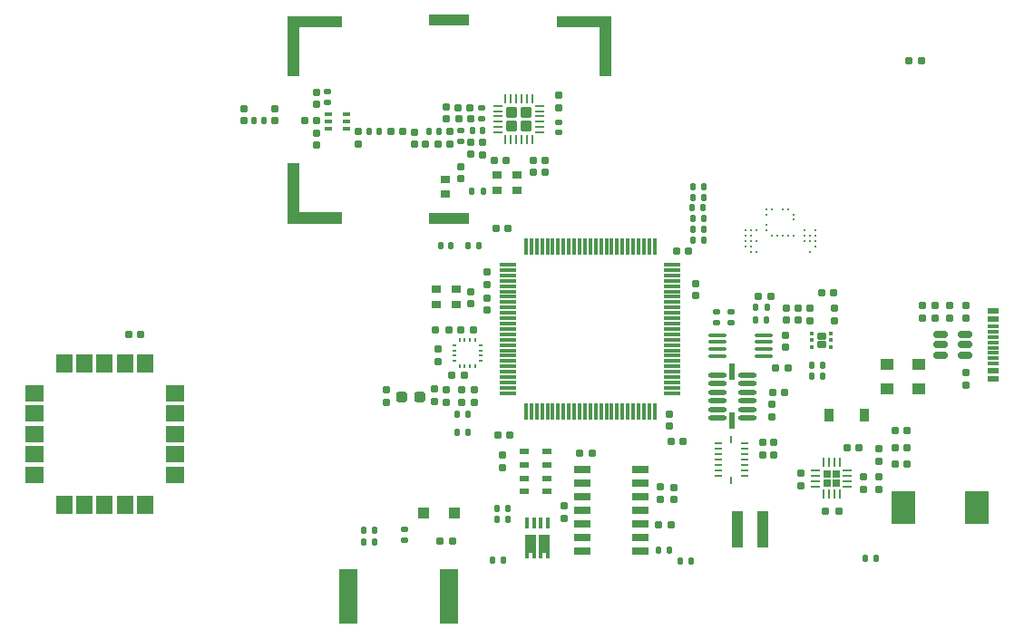
<source format=gbr>
%TF.GenerationSoftware,KiCad,Pcbnew,9.0.1*%
%TF.CreationDate,2025-04-20T12:35:35+07:00*%
%TF.ProjectId,IREC-FlighComputer,49524543-2d46-46c6-9967-68436f6d7075,rev?*%
%TF.SameCoordinates,Original*%
%TF.FileFunction,Paste,Top*%
%TF.FilePolarity,Positive*%
%FSLAX46Y46*%
G04 Gerber Fmt 4.6, Leading zero omitted, Abs format (unit mm)*
G04 Created by KiCad (PCBNEW 9.0.1) date 2025-04-20 12:35:35*
%MOMM*%
%LPD*%
G01*
G04 APERTURE LIST*
G04 Aperture macros list*
%AMRoundRect*
0 Rectangle with rounded corners*
0 $1 Rounding radius*
0 $2 $3 $4 $5 $6 $7 $8 $9 X,Y pos of 4 corners*
0 Add a 4 corners polygon primitive as box body*
4,1,4,$2,$3,$4,$5,$6,$7,$8,$9,$2,$3,0*
0 Add four circle primitives for the rounded corners*
1,1,$1+$1,$2,$3*
1,1,$1+$1,$4,$5*
1,1,$1+$1,$6,$7*
1,1,$1+$1,$8,$9*
0 Add four rect primitives between the rounded corners*
20,1,$1+$1,$2,$3,$4,$5,0*
20,1,$1+$1,$4,$5,$6,$7,0*
20,1,$1+$1,$6,$7,$8,$9,0*
20,1,$1+$1,$8,$9,$2,$3,0*%
G04 Aperture macros list end*
%ADD10C,0.010000*%
%ADD11RoundRect,0.135000X0.135000X0.185000X-0.135000X0.185000X-0.135000X-0.185000X0.135000X-0.185000X0*%
%ADD12RoundRect,0.147500X-0.147500X-0.172500X0.147500X-0.172500X0.147500X0.172500X-0.147500X0.172500X0*%
%ADD13R,2.300000X3.150000*%
%ADD14R,1.780000X5.080000*%
%ADD15R,1.525000X0.650000*%
%ADD16RoundRect,0.135000X-0.135000X-0.185000X0.135000X-0.185000X0.135000X0.185000X-0.135000X0.185000X0*%
%ADD17O,1.770000X0.450000*%
%ADD18R,0.600000X1.550000*%
%ADD19RoundRect,0.250000X-0.300000X-0.300000X0.300000X-0.300000X0.300000X0.300000X-0.300000X0.300000X0*%
%ADD20RoundRect,0.155000X-0.155000X0.212500X-0.155000X-0.212500X0.155000X-0.212500X0.155000X0.212500X0*%
%ADD21RoundRect,0.147500X0.172500X-0.147500X0.172500X0.147500X-0.172500X0.147500X-0.172500X-0.147500X0*%
%ADD22RoundRect,0.155000X0.155000X-0.212500X0.155000X0.212500X-0.155000X0.212500X-0.155000X-0.212500X0*%
%ADD23RoundRect,0.147500X0.147500X0.172500X-0.147500X0.172500X-0.147500X-0.172500X0.147500X-0.172500X0*%
%ADD24RoundRect,0.155000X0.212500X0.155000X-0.212500X0.155000X-0.212500X-0.155000X0.212500X-0.155000X0*%
%ADD25R,0.860000X0.800000*%
%ADD26RoundRect,0.160000X0.160000X-0.197500X0.160000X0.197500X-0.160000X0.197500X-0.160000X-0.197500X0*%
%ADD27RoundRect,0.075000X-0.725000X-0.075000X0.725000X-0.075000X0.725000X0.075000X-0.725000X0.075000X0*%
%ADD28RoundRect,0.075000X-0.075000X-0.725000X0.075000X-0.725000X0.075000X0.725000X-0.075000X0.725000X0*%
%ADD29R,0.250000X0.450000*%
%ADD30R,0.450000X0.250000*%
%ADD31RoundRect,0.160000X-0.197500X-0.160000X0.197500X-0.160000X0.197500X0.160000X-0.197500X0.160000X0*%
%ADD32R,1.240000X1.120000*%
%ADD33RoundRect,0.250000X0.275000X-0.275000X0.275000X0.275000X-0.275000X0.275000X-0.275000X-0.275000X0*%
%ADD34RoundRect,0.062500X0.062500X-0.350000X0.062500X0.350000X-0.062500X0.350000X-0.062500X-0.350000X0*%
%ADD35RoundRect,0.062500X0.350000X-0.062500X0.350000X0.062500X-0.350000X0.062500X-0.350000X-0.062500X0*%
%ADD36RoundRect,0.172500X-0.262500X-0.172500X0.262500X-0.172500X0.262500X0.172500X-0.262500X0.172500X0*%
%ADD37RoundRect,0.093750X-0.093750X-0.106250X0.093750X-0.106250X0.093750X0.106250X-0.093750X0.106250X0*%
%ADD38RoundRect,0.237500X-0.287500X-0.237500X0.287500X-0.237500X0.287500X0.237500X-0.287500X0.237500X0*%
%ADD39R,1.803400X1.498600*%
%ADD40R,1.498600X1.803400*%
%ADD41RoundRect,0.155000X-0.212500X-0.155000X0.212500X-0.155000X0.212500X0.155000X-0.212500X0.155000X0*%
%ADD42R,0.950000X0.550000*%
%ADD43R,0.900000X0.800000*%
%ADD44R,0.780000X0.350000*%
%ADD45R,0.980000X3.400000*%
%ADD46R,1.100000X0.600000*%
%ADD47R,1.100000X0.300000*%
%ADD48RoundRect,0.160000X-0.160000X0.197500X-0.160000X-0.197500X0.160000X-0.197500X0.160000X0.197500X0*%
%ADD49O,1.660000X0.360000*%
%ADD50RoundRect,0.135000X-0.185000X0.135000X-0.185000X-0.135000X0.185000X-0.135000X0.185000X0.135000X0*%
%ADD51R,0.800000X0.250000*%
%ADD52R,0.250000X0.800000*%
%ADD53R,0.910000X1.220000*%
%ADD54RoundRect,0.147500X-0.172500X0.147500X-0.172500X-0.147500X0.172500X-0.147500X0.172500X0.147500X0*%
%ADD55R,3.800000X1.000000*%
%ADD56RoundRect,0.150000X0.512500X0.150000X-0.512500X0.150000X-0.512500X-0.150000X0.512500X-0.150000X0*%
%ADD57C,0.240000*%
%ADD58RoundRect,0.182500X0.182500X-0.182500X0.182500X0.182500X-0.182500X0.182500X-0.182500X-0.182500X0*%
%ADD59R,0.410000X0.990000*%
%ADD60R,0.410000X0.760000*%
%ADD61R,0.990000X1.725000*%
G04 APERTURE END LIST*
D10*
%TO.C,J5*%
X135030000Y-60460000D02*
X131050000Y-60460000D01*
X131050000Y-65010000D01*
X130050000Y-65010000D01*
X130050000Y-59460000D01*
X135030000Y-59460000D01*
X135030000Y-60460000D01*
G36*
X135030000Y-60460000D02*
G01*
X131050000Y-60460000D01*
X131050000Y-65010000D01*
X130050000Y-65010000D01*
X130050000Y-59460000D01*
X135030000Y-59460000D01*
X135030000Y-60460000D01*
G37*
X131050000Y-77760000D02*
X135030000Y-77760000D01*
X135030000Y-78760000D01*
X130050000Y-78760000D01*
X130050000Y-73210000D01*
X131050000Y-73210000D01*
X131050000Y-77760000D01*
G36*
X131050000Y-77760000D02*
G01*
X135030000Y-77760000D01*
X135030000Y-78760000D01*
X130050000Y-78760000D01*
X130050000Y-73210000D01*
X131050000Y-73210000D01*
X131050000Y-77760000D01*
G37*
X160210000Y-65010000D02*
X159210000Y-65010000D01*
X159210000Y-60460000D01*
X155230000Y-60460000D01*
X155230000Y-59460000D01*
X160210000Y-59460000D01*
X160210000Y-65010000D01*
G36*
X160210000Y-65010000D02*
G01*
X159210000Y-65010000D01*
X159210000Y-60460000D01*
X155230000Y-60460000D01*
X155230000Y-59460000D01*
X160210000Y-59460000D01*
X160210000Y-65010000D01*
G37*
%TD*%
D11*
%TO.C,R33*%
X147950000Y-80900000D03*
X146930000Y-80900000D03*
%TD*%
D12*
%TO.C,D10*%
X144330000Y-80900000D03*
X145300000Y-80900000D03*
%TD*%
D13*
%TO.C,D1*%
X187550000Y-105400000D03*
X194450000Y-105400000D03*
%TD*%
D14*
%TO.C,BT1*%
X135700000Y-113700000D03*
X145100000Y-113700000D03*
%TD*%
D15*
%TO.C,IC1*%
X157588000Y-101790000D03*
X157588000Y-103060000D03*
X157588000Y-104330000D03*
X157588000Y-105600000D03*
X157588000Y-106870000D03*
X157588000Y-108140000D03*
X157588000Y-109410000D03*
X163012000Y-109410000D03*
X163012000Y-108140000D03*
X163012000Y-106870000D03*
X163012000Y-105600000D03*
X163012000Y-104330000D03*
X163012000Y-103060000D03*
X163012000Y-101790000D03*
%TD*%
D16*
%TO.C,R19*%
X167890000Y-75400000D03*
X168910000Y-75400000D03*
%TD*%
D17*
%TO.C,U6*%
X173000000Y-97000000D03*
X173000000Y-96200000D03*
X173000000Y-95400000D03*
X173000000Y-94600000D03*
X173000000Y-93800000D03*
X173000000Y-93000000D03*
D18*
X171590000Y-92700000D03*
D17*
X170180000Y-93000000D03*
X170180000Y-93800000D03*
X170180000Y-94600000D03*
X170180000Y-95400000D03*
X170180000Y-96200000D03*
X170180000Y-97000000D03*
D18*
X171590000Y-97300000D03*
%TD*%
D19*
%TO.C,D6*%
X142800000Y-105900000D03*
X145600000Y-105900000D03*
%TD*%
D11*
%TO.C,R14*%
X146910000Y-96700000D03*
X145890000Y-96700000D03*
%TD*%
D20*
%TO.C,C26*%
X178800000Y-86800000D03*
X178800000Y-87935000D03*
%TD*%
D11*
%TO.C,R30*%
X174810000Y-86700000D03*
X173790000Y-86700000D03*
%TD*%
D21*
%TO.C,L3*%
X155400000Y-70347500D03*
X155400000Y-69377500D03*
%TD*%
D22*
%TO.C,C40*%
X132800000Y-71530000D03*
X132800000Y-70395000D03*
%TD*%
D11*
%TO.C,R29*%
X174800000Y-87900000D03*
X173780000Y-87900000D03*
%TD*%
D23*
%TO.C,L8*%
X138650000Y-70270000D03*
X137680000Y-70270000D03*
%TD*%
D16*
%TO.C,R25*%
X164680000Y-109400000D03*
X165700000Y-109400000D03*
%TD*%
D24*
%TO.C,C55*%
X147167500Y-69062500D03*
X146032500Y-69062500D03*
%TD*%
D22*
%TO.C,C30*%
X175450000Y-100447500D03*
X175450000Y-99312500D03*
%TD*%
%TO.C,C9*%
X148700000Y-86935000D03*
X148700000Y-85800000D03*
%TD*%
D25*
%TO.C,FB2*%
X144800000Y-74700000D03*
X144800000Y-76100000D03*
%TD*%
D26*
%TO.C,R6*%
X193400000Y-87677500D03*
X193400000Y-86482500D03*
%TD*%
%TO.C,R8*%
X191900000Y-87675000D03*
X191900000Y-86480000D03*
%TD*%
D23*
%TO.C,L2*%
X127900000Y-69262500D03*
X126930000Y-69262500D03*
%TD*%
D22*
%TO.C,C19*%
X139290000Y-95537500D03*
X139290000Y-94402500D03*
%TD*%
D20*
%TO.C,C46*%
X128900000Y-68095000D03*
X128900000Y-69230000D03*
%TD*%
D27*
%TO.C,U5*%
X150650000Y-82700000D03*
X150650000Y-83200000D03*
X150650000Y-83700000D03*
X150650000Y-84200000D03*
X150650000Y-84700000D03*
X150650000Y-85200000D03*
X150650000Y-85700000D03*
X150650000Y-86200000D03*
X150650000Y-86700000D03*
X150650000Y-87200000D03*
X150650000Y-87700000D03*
X150650000Y-88200000D03*
X150650000Y-88700000D03*
X150650000Y-89200000D03*
X150650000Y-89700000D03*
X150650000Y-90200000D03*
X150650000Y-90700000D03*
X150650000Y-91200000D03*
X150650000Y-91700000D03*
X150650000Y-92200000D03*
X150650000Y-92700000D03*
X150650000Y-93200000D03*
X150650000Y-93700000D03*
X150650000Y-94200000D03*
X150650000Y-94700000D03*
D28*
X152325000Y-96375000D03*
X152825000Y-96375000D03*
X153325000Y-96375000D03*
X153825000Y-96375000D03*
X154325000Y-96375000D03*
X154825000Y-96375000D03*
X155325000Y-96375000D03*
X155825000Y-96375000D03*
X156325000Y-96375000D03*
X156825000Y-96375000D03*
X157325000Y-96375000D03*
X157825000Y-96375000D03*
X158325000Y-96375000D03*
X158825000Y-96375000D03*
X159325000Y-96375000D03*
X159825000Y-96375000D03*
X160325000Y-96375000D03*
X160825000Y-96375000D03*
X161325000Y-96375000D03*
X161825000Y-96375000D03*
X162325000Y-96375000D03*
X162825000Y-96375000D03*
X163325000Y-96375000D03*
X163825000Y-96375000D03*
X164325000Y-96375000D03*
D27*
X166000000Y-94700000D03*
X166000000Y-94200000D03*
X166000000Y-93700000D03*
X166000000Y-93200000D03*
X166000000Y-92700000D03*
X166000000Y-92200000D03*
X166000000Y-91700000D03*
X166000000Y-91200000D03*
X166000000Y-90700000D03*
X166000000Y-90200000D03*
X166000000Y-89700000D03*
X166000000Y-89200000D03*
X166000000Y-88700000D03*
X166000000Y-88200000D03*
X166000000Y-87700000D03*
X166000000Y-87200000D03*
X166000000Y-86700000D03*
X166000000Y-86200000D03*
X166000000Y-85700000D03*
X166000000Y-85200000D03*
X166000000Y-84700000D03*
X166000000Y-84200000D03*
X166000000Y-83700000D03*
X166000000Y-83200000D03*
X166000000Y-82700000D03*
D28*
X164325000Y-81025000D03*
X163825000Y-81025000D03*
X163325000Y-81025000D03*
X162825000Y-81025000D03*
X162325000Y-81025000D03*
X161825000Y-81025000D03*
X161325000Y-81025000D03*
X160825000Y-81025000D03*
X160325000Y-81025000D03*
X159825000Y-81025000D03*
X159325000Y-81025000D03*
X158825000Y-81025000D03*
X158325000Y-81025000D03*
X157825000Y-81025000D03*
X157325000Y-81025000D03*
X156825000Y-81025000D03*
X156325000Y-81025000D03*
X155825000Y-81025000D03*
X155325000Y-81025000D03*
X154825000Y-81025000D03*
X154325000Y-81025000D03*
X153825000Y-81025000D03*
X153325000Y-81025000D03*
X152825000Y-81025000D03*
X152325000Y-81025000D03*
%TD*%
D29*
%TO.C,U9*%
X147610000Y-89690000D03*
X147110000Y-89690000D03*
X146610000Y-89690000D03*
X146110000Y-89690000D03*
D30*
X145600000Y-90200000D03*
X145600000Y-90700000D03*
X145600000Y-91200000D03*
X145600000Y-91700000D03*
D29*
X146110000Y-92210000D03*
X146610000Y-92210000D03*
X147110000Y-92210000D03*
X147610000Y-92210000D03*
D30*
X148120000Y-91700000D03*
X148120000Y-91200000D03*
X148120000Y-90700000D03*
X148120000Y-90200000D03*
%TD*%
D22*
%TO.C,C1*%
X176600000Y-87900000D03*
X176600000Y-86765000D03*
%TD*%
D20*
%TO.C,C56*%
X141900000Y-70295000D03*
X141900000Y-71430000D03*
%TD*%
D31*
%TO.C,R23*%
X188055000Y-63660000D03*
X189250000Y-63660000D03*
%TD*%
D22*
%TO.C,C2*%
X146300000Y-95535000D03*
X146300000Y-94400000D03*
%TD*%
D32*
%TO.C,D3*%
X186000000Y-94300000D03*
X189000000Y-94300000D03*
%TD*%
D33*
%TO.C,U13*%
X151000000Y-69750000D03*
X152300000Y-69750000D03*
X151000000Y-68450000D03*
X152300000Y-68450000D03*
D34*
X150400000Y-71037500D03*
X150900000Y-71037500D03*
X151400000Y-71037500D03*
X151900000Y-71037500D03*
X152400000Y-71037500D03*
X152900000Y-71037500D03*
D35*
X153587500Y-70350000D03*
X153587500Y-69850000D03*
X153587500Y-69350000D03*
X153587500Y-68850000D03*
X153587500Y-68350000D03*
X153587500Y-67850000D03*
D34*
X152900000Y-67162500D03*
X152400000Y-67162500D03*
X151900000Y-67162500D03*
X151400000Y-67162500D03*
X150900000Y-67162500D03*
X150400000Y-67162500D03*
D35*
X149712500Y-67850000D03*
X149712500Y-68350000D03*
X149712500Y-68850000D03*
X149712500Y-69350000D03*
X149712500Y-69850000D03*
X149712500Y-70350000D03*
%TD*%
D36*
%TO.C,U3*%
X179912500Y-89350000D03*
X179912500Y-90150000D03*
D37*
X179025000Y-89100000D03*
X179025000Y-89750000D03*
X179025000Y-90400000D03*
X180800000Y-90400000D03*
X180800000Y-89750000D03*
X180800000Y-89100000D03*
%TD*%
D38*
%TO.C,FB1*%
X140700000Y-95067500D03*
X142450000Y-95067500D03*
%TD*%
D16*
%TO.C,R21*%
X167880000Y-80400000D03*
X168900000Y-80400000D03*
%TD*%
D39*
%TO.C,U10*%
X106399996Y-94699999D03*
X106399996Y-96600000D03*
X106399996Y-98499999D03*
X106399996Y-100399998D03*
X106399996Y-102299999D03*
D40*
X109199998Y-105100001D03*
X111099999Y-105100001D03*
X112999998Y-105100001D03*
X114899997Y-105100001D03*
X116799998Y-105100001D03*
D39*
X119600000Y-102299999D03*
X119600000Y-100399998D03*
X119600000Y-98499999D03*
X119600000Y-96600000D03*
X119600000Y-94699999D03*
D40*
X116799998Y-91899997D03*
X114899997Y-91899997D03*
X112999998Y-91899997D03*
X111099999Y-91899997D03*
X109199998Y-91899997D03*
%TD*%
D24*
%TO.C,C10*%
X150800000Y-98600000D03*
X149665000Y-98600000D03*
%TD*%
D41*
%TO.C,C18*%
X186765000Y-98200000D03*
X187900000Y-98200000D03*
%TD*%
D42*
%TO.C,U8*%
X152150000Y-100150000D03*
X152150000Y-101400000D03*
X152150000Y-102650000D03*
X152150000Y-103900000D03*
X154300000Y-103900000D03*
X154300000Y-102650000D03*
X154300000Y-101400000D03*
X154300000Y-100150000D03*
%TD*%
D43*
%TO.C,X2*%
X143975000Y-86425000D03*
X145825000Y-86425000D03*
X145825000Y-84975000D03*
X143975000Y-84975000D03*
%TD*%
D24*
%TO.C,C54*%
X144100000Y-71462500D03*
X142965000Y-71462500D03*
%TD*%
D16*
%TO.C,R26*%
X167860000Y-77400000D03*
X168880000Y-77400000D03*
%TD*%
D44*
%TO.C,U12*%
X135540000Y-69962500D03*
X135540000Y-69312500D03*
X135540000Y-68662500D03*
X133860000Y-68662500D03*
X133860000Y-69312500D03*
X133860000Y-69962500D03*
%TD*%
D16*
%TO.C,R12*%
X137190000Y-108600000D03*
X138210000Y-108600000D03*
%TD*%
D24*
%TO.C,C48*%
X154100000Y-74100000D03*
X152965000Y-74100000D03*
%TD*%
D45*
%TO.C,L1*%
X172015000Y-107400000D03*
X174385000Y-107400000D03*
%TD*%
D46*
%TO.C,USB1*%
X195962500Y-93400000D03*
X195962500Y-92600000D03*
D47*
X195962500Y-91450000D03*
X195962500Y-90450000D03*
X195962500Y-89950000D03*
X195962500Y-88950000D03*
D46*
X195962500Y-87800000D03*
X195962500Y-87000000D03*
D47*
X195962500Y-88450000D03*
X195962500Y-89450000D03*
X195962500Y-90950000D03*
X195962500Y-91950000D03*
%TD*%
D41*
%TO.C,C15*%
X149532500Y-79300000D03*
X150667500Y-79300000D03*
%TD*%
D48*
%TO.C,R7*%
X190500000Y-86485000D03*
X190500000Y-87680000D03*
%TD*%
D49*
%TO.C,U7*%
X170220000Y-89260000D03*
X170220000Y-89920000D03*
X170220000Y-90570000D03*
X170220000Y-91220000D03*
X174480000Y-91220000D03*
X174480000Y-90570000D03*
X174480000Y-89920000D03*
X174480000Y-89260000D03*
%TD*%
D41*
%TO.C,C44*%
X131665000Y-69262500D03*
X132800000Y-69262500D03*
%TD*%
D24*
%TO.C,C58*%
X140855000Y-70262500D03*
X139720000Y-70262500D03*
%TD*%
D41*
%TO.C,C31*%
X146265000Y-88800000D03*
X147400000Y-88800000D03*
%TD*%
%TO.C,C24*%
X186765000Y-99800000D03*
X187900000Y-99800000D03*
%TD*%
D22*
%TO.C,C12*%
X148700000Y-84535000D03*
X148700000Y-83400000D03*
%TD*%
%TO.C,C21*%
X189300000Y-87667500D03*
X189300000Y-86532500D03*
%TD*%
D50*
%TO.C,R10*%
X171500000Y-87100000D03*
X171500000Y-88120000D03*
%TD*%
D41*
%TO.C,C4*%
X175642500Y-92380000D03*
X176777500Y-92380000D03*
%TD*%
D20*
%TO.C,C47*%
X166120000Y-103492500D03*
X166120000Y-104627500D03*
%TD*%
D31*
%TO.C,R36*%
X157300000Y-100300000D03*
X158495000Y-100300000D03*
%TD*%
D22*
%TO.C,C32*%
X150100000Y-101635000D03*
X150100000Y-100500000D03*
%TD*%
D16*
%TO.C,R20*%
X167880000Y-79400000D03*
X168900000Y-79400000D03*
%TD*%
D24*
%TO.C,C38*%
X175167500Y-85700000D03*
X174032500Y-85700000D03*
%TD*%
D22*
%TO.C,C22*%
X181100000Y-87935000D03*
X181100000Y-86800000D03*
%TD*%
D31*
%TO.C,R4*%
X180305000Y-105750000D03*
X181500000Y-105750000D03*
%TD*%
D12*
%TO.C,D9*%
X179030000Y-93100000D03*
X180000000Y-93100000D03*
%TD*%
D20*
%TO.C,C50*%
X147200000Y-71262500D03*
X147200000Y-72397500D03*
%TD*%
D22*
%TO.C,C23*%
X147200000Y-86367500D03*
X147200000Y-85232500D03*
%TD*%
D41*
%TO.C,C43*%
X152965000Y-73000000D03*
X154100000Y-73000000D03*
%TD*%
%TO.C,C28*%
X165865000Y-99200000D03*
X167000000Y-99200000D03*
%TD*%
D20*
%TO.C,C42*%
X132800000Y-66595000D03*
X132800000Y-67730000D03*
%TD*%
D16*
%TO.C,R27*%
X167880000Y-78400000D03*
X168900000Y-78400000D03*
%TD*%
D50*
%TO.C,R9*%
X170100000Y-87090000D03*
X170100000Y-88110000D03*
%TD*%
D22*
%TO.C,C39*%
X146200000Y-74667500D03*
X146200000Y-73532500D03*
%TD*%
D20*
%TO.C,C5*%
X165700000Y-96632500D03*
X165700000Y-97767500D03*
%TD*%
D24*
%TO.C,C45*%
X150480000Y-73000000D03*
X149345000Y-73000000D03*
%TD*%
D51*
%TO.C,U2*%
X170300000Y-102410000D03*
X170300000Y-101910000D03*
X170300000Y-101410000D03*
X170300000Y-100910000D03*
X170300000Y-100410000D03*
X170300000Y-99910000D03*
X170300000Y-99410000D03*
D52*
X171500000Y-99000000D03*
D51*
X172700000Y-99410000D03*
X172700000Y-99910000D03*
X172700000Y-100410000D03*
X172700000Y-100910000D03*
X172700000Y-101410000D03*
X172700000Y-101910000D03*
X172700000Y-102410000D03*
D52*
X171500000Y-102820000D03*
%TD*%
D20*
%TO.C,C51*%
X148300000Y-71295000D03*
X148300000Y-72430000D03*
%TD*%
D16*
%TO.C,R39*%
X149580000Y-105500000D03*
X150600000Y-105500000D03*
%TD*%
D43*
%TO.C,Y1*%
X149650000Y-75750000D03*
X151500000Y-75750000D03*
X151500000Y-74300000D03*
X149650000Y-74300000D03*
%TD*%
D50*
%TO.C,R32*%
X133800000Y-66552500D03*
X133800000Y-67572500D03*
%TD*%
D41*
%TO.C,C17*%
X166365000Y-81400000D03*
X167500000Y-81400000D03*
%TD*%
D26*
%TO.C,R5*%
X193400000Y-93975000D03*
X193400000Y-92780000D03*
%TD*%
D53*
%TO.C,D2*%
X183885000Y-96750000D03*
X180615000Y-96750000D03*
%TD*%
D16*
%TO.C,R22*%
X178980000Y-92100000D03*
X180000000Y-92100000D03*
%TD*%
D41*
%TO.C,C52*%
X145965000Y-68062500D03*
X147100000Y-68062500D03*
%TD*%
%TO.C,C37*%
X179932500Y-85300000D03*
X181067500Y-85300000D03*
%TD*%
D54*
%TO.C,L6*%
X148200000Y-68077500D03*
X148200000Y-69047500D03*
%TD*%
D22*
%TO.C,C7*%
X168200000Y-85567500D03*
X168200000Y-84432500D03*
%TD*%
D55*
%TO.C,J5*%
X145130000Y-78360000D03*
X145130000Y-59860000D03*
%TD*%
D41*
%TO.C,C27*%
X175365000Y-94600000D03*
X176500000Y-94600000D03*
%TD*%
D24*
%TO.C,C36*%
X145435000Y-108500000D03*
X144300000Y-108500000D03*
%TD*%
D12*
%TO.C,D5*%
X137215000Y-107500000D03*
X138185000Y-107500000D03*
%TD*%
D22*
%TO.C,C6*%
X147500000Y-95535000D03*
X147500000Y-94400000D03*
%TD*%
D20*
%TO.C,C49*%
X126000000Y-68095000D03*
X126000000Y-69230000D03*
%TD*%
D22*
%TO.C,C41*%
X155400000Y-68035000D03*
X155400000Y-66900000D03*
%TD*%
D16*
%TO.C,R28*%
X167870000Y-76400000D03*
X168890000Y-76400000D03*
%TD*%
%TO.C,R18*%
X149200000Y-110300000D03*
X150220000Y-110300000D03*
%TD*%
D22*
%TO.C,C14*%
X144900000Y-95535000D03*
X144900000Y-94400000D03*
%TD*%
D24*
%TO.C,C20*%
X183400000Y-99800000D03*
X182265000Y-99800000D03*
%TD*%
D32*
%TO.C,D4*%
X186000000Y-92000000D03*
X189000000Y-92000000D03*
%TD*%
D22*
%TO.C,C33*%
X176510000Y-90397500D03*
X176510000Y-89262500D03*
%TD*%
D20*
%TO.C,C13*%
X178000000Y-102182500D03*
X178000000Y-103317500D03*
%TD*%
D16*
%TO.C,R31*%
X147290000Y-75800000D03*
X148310000Y-75800000D03*
%TD*%
D48*
%TO.C,R35*%
X164870000Y-103452500D03*
X164870000Y-104647500D03*
%TD*%
D16*
%TO.C,R24*%
X183980000Y-110100000D03*
X185000000Y-110100000D03*
%TD*%
D56*
%TO.C,U4*%
X193337500Y-91130000D03*
X193337500Y-90180000D03*
X193337500Y-89230000D03*
X191062500Y-89230000D03*
X191062500Y-90180000D03*
X191062500Y-91130000D03*
%TD*%
D26*
%TO.C,R38*%
X155900000Y-106397500D03*
X155900000Y-105202500D03*
%TD*%
D57*
%TO.C,U11*%
X172800000Y-81000000D03*
X172800000Y-80500000D03*
X172800000Y-80000000D03*
X172800000Y-79500000D03*
X173300000Y-81500000D03*
X173300000Y-81000000D03*
X173300000Y-80500000D03*
X173300000Y-80000000D03*
X173300000Y-79500000D03*
X173800000Y-81500000D03*
X173800000Y-80500000D03*
X173800000Y-79500000D03*
X174800000Y-79500000D03*
X174800000Y-79000000D03*
X174800000Y-78000000D03*
X174800000Y-77500000D03*
X175300000Y-80000000D03*
X175300000Y-77500000D03*
X175800000Y-80000000D03*
X176300000Y-80000000D03*
X176300000Y-77500000D03*
X176800000Y-80000000D03*
X176800000Y-77500000D03*
X177300000Y-80000000D03*
X177300000Y-78500000D03*
X177300000Y-78000000D03*
X178300000Y-80500000D03*
X178300000Y-80000000D03*
X178300000Y-79500000D03*
X178800000Y-81500000D03*
X178800000Y-80500000D03*
X178800000Y-80000000D03*
X179300000Y-81000000D03*
X179300000Y-80500000D03*
X179300000Y-80000000D03*
X179300000Y-79500000D03*
%TD*%
D20*
%TO.C,C8*%
X185300000Y-99900000D03*
X185300000Y-101035000D03*
%TD*%
D11*
%TO.C,R16*%
X167720000Y-110400000D03*
X166700000Y-110400000D03*
%TD*%
D41*
%TO.C,C35*%
X115232500Y-89200000D03*
X116367500Y-89200000D03*
%TD*%
D22*
%TO.C,C11*%
X143800000Y-95467500D03*
X143800000Y-94332500D03*
%TD*%
D58*
%TO.C,U1*%
X180417500Y-103070000D03*
X181257500Y-103070000D03*
X180417500Y-102230000D03*
X181257500Y-102230000D03*
D34*
X180087500Y-104112500D03*
X180587500Y-104112500D03*
X181087500Y-104112500D03*
X181587500Y-104112500D03*
D35*
X182300000Y-103400000D03*
X182300000Y-102900000D03*
X182300000Y-102400000D03*
X182300000Y-101900000D03*
D34*
X181587500Y-101187500D03*
X181087500Y-101187500D03*
X180587500Y-101187500D03*
X180087500Y-101187500D03*
D35*
X179375000Y-101900000D03*
X179375000Y-102400000D03*
X179375000Y-102900000D03*
X179375000Y-103400000D03*
%TD*%
D54*
%TO.C,L5*%
X146200000Y-70177500D03*
X146200000Y-71147500D03*
%TD*%
D26*
%TO.C,R1*%
X185300000Y-103697500D03*
X185300000Y-102502500D03*
%TD*%
D41*
%TO.C,C25*%
X186765000Y-101300000D03*
X187900000Y-101300000D03*
%TD*%
D50*
%TO.C,R13*%
X141000000Y-107380000D03*
X141000000Y-108400000D03*
%TD*%
D16*
%TO.C,R15*%
X149580000Y-106500000D03*
X150600000Y-106500000D03*
%TD*%
D31*
%TO.C,R3*%
X143902500Y-88800000D03*
X145097500Y-88800000D03*
%TD*%
D20*
%TO.C,C3*%
X175300000Y-95765000D03*
X175300000Y-96900000D03*
%TD*%
D23*
%TO.C,L7*%
X144200000Y-70262500D03*
X143230000Y-70262500D03*
%TD*%
%TO.C,L4*%
X148300000Y-70162500D03*
X147330000Y-70162500D03*
%TD*%
D48*
%TO.C,R2*%
X183800000Y-102502500D03*
X183800000Y-103697500D03*
%TD*%
D20*
%TO.C,C57*%
X144900000Y-67962500D03*
X144900000Y-69097500D03*
%TD*%
D31*
%TO.C,R37*%
X164705000Y-107000000D03*
X165900000Y-107000000D03*
%TD*%
D20*
%TO.C,C16*%
X177700000Y-86765000D03*
X177700000Y-87900000D03*
%TD*%
%TO.C,C53*%
X145200000Y-70262500D03*
X145200000Y-71397500D03*
%TD*%
D22*
%TO.C,C29*%
X174430000Y-100437500D03*
X174430000Y-99302500D03*
%TD*%
D59*
%TO.C,Q4*%
X154382500Y-106807500D03*
X153722500Y-106807500D03*
X153062500Y-106807500D03*
X152402500Y-106807500D03*
D60*
X152402500Y-109792500D03*
X153062500Y-109792500D03*
X153722500Y-109792500D03*
X154382500Y-109792500D03*
D61*
X154000000Y-108800000D03*
X152785000Y-108800000D03*
%TD*%
D48*
%TO.C,R11*%
X144100000Y-90600000D03*
X144100000Y-91795000D03*
%TD*%
D24*
%TO.C,C34*%
X146535000Y-93000000D03*
X145400000Y-93000000D03*
%TD*%
D22*
%TO.C,C59*%
X136700000Y-71397500D03*
X136700000Y-70262500D03*
%TD*%
D11*
%TO.C,R17*%
X146910000Y-98400000D03*
X145890000Y-98400000D03*
%TD*%
M02*

</source>
